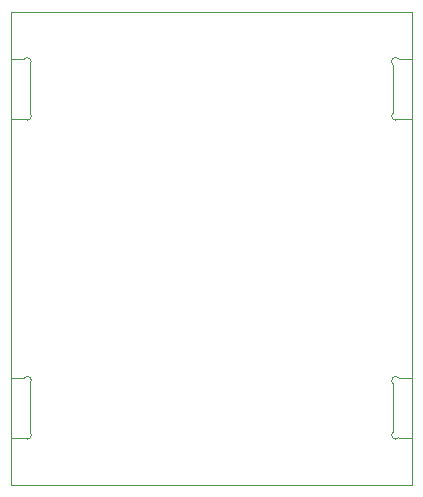
<source format=gm1>
%TF.GenerationSoftware,KiCad,Pcbnew,7.0.2-0*%
%TF.CreationDate,2023-07-17T22:15:49-04:00*%
%TF.ProjectId,ESPWatchS3,45535057-6174-4636-9853-332e6b696361,rev?*%
%TF.SameCoordinates,Original*%
%TF.FileFunction,Profile,NP*%
%FSLAX46Y46*%
G04 Gerber Fmt 4.6, Leading zero omitted, Abs format (unit mm)*
G04 Created by KiCad (PCBNEW 7.0.2-0) date 2023-07-17 22:15:49*
%MOMM*%
%LPD*%
G01*
G04 APERTURE LIST*
%TA.AperFunction,Profile*%
%ADD10C,0.100000*%
%TD*%
%TA.AperFunction,Profile*%
%ADD11C,0.010000*%
%TD*%
G04 APERTURE END LIST*
D10*
X27000000Y-17500000D02*
X61000000Y-17500000D01*
X61000000Y-57500000D01*
X27000000Y-57500000D01*
X27000000Y-17500000D01*
D11*
X27000000Y-21450000D02*
X28150000Y-21450000D01*
X27000000Y-21450000D02*
X27000000Y-26550000D01*
X28650000Y-26060000D02*
X28650000Y-21940000D01*
X27000000Y-26550000D02*
X28150000Y-26550000D01*
X28649999Y-21940000D02*
G75*
G03*
X28150001Y-21450000I-249999J245000D01*
G01*
X28150001Y-26550000D02*
G75*
G03*
X28649999Y-26060000I249999J245000D01*
G01*
X61000000Y-53550000D02*
X59850000Y-53550000D01*
X61000000Y-53550000D02*
X61000000Y-48450000D01*
X59350000Y-48940000D02*
X59350000Y-53060000D01*
X61000000Y-48450000D02*
X59850000Y-48450000D01*
X59350001Y-53060000D02*
G75*
G03*
X59849999Y-53550000I249999J-245000D01*
G01*
X59849999Y-48450000D02*
G75*
G03*
X59350001Y-48940000I-249999J-245000D01*
G01*
X59849999Y-21450000D02*
G75*
G03*
X59350001Y-21940000I-249999J-245000D01*
G01*
X59350001Y-26060000D02*
G75*
G03*
X59849999Y-26550000I249999J-245000D01*
G01*
X61000000Y-21450000D02*
X59850000Y-21450000D01*
X59350000Y-21940000D02*
X59350000Y-26060000D01*
X61000000Y-26550000D02*
X61000000Y-21450000D01*
X61000000Y-26550000D02*
X59850000Y-26550000D01*
X27000000Y-48450000D02*
X28150000Y-48450000D01*
X27000000Y-48450000D02*
X27000000Y-53550000D01*
X28650000Y-53060000D02*
X28650000Y-48940000D01*
X27000000Y-53550000D02*
X28150000Y-53550000D01*
X28649999Y-48940000D02*
G75*
G03*
X28150001Y-48450000I-249999J245000D01*
G01*
X28150001Y-53550000D02*
G75*
G03*
X28649999Y-53060000I249999J245000D01*
G01*
M02*

</source>
